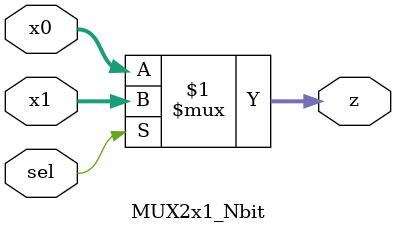
<source format=v>
`timescale 1ns / 1ps


module MUX2x1_Nbit #(parameter N = 4)(
    input  [N - 1:0] x0, x1,
    input            sel,
    output [N - 1:0] z
    );
    assign z = sel? x1 : x0;
endmodule

</source>
